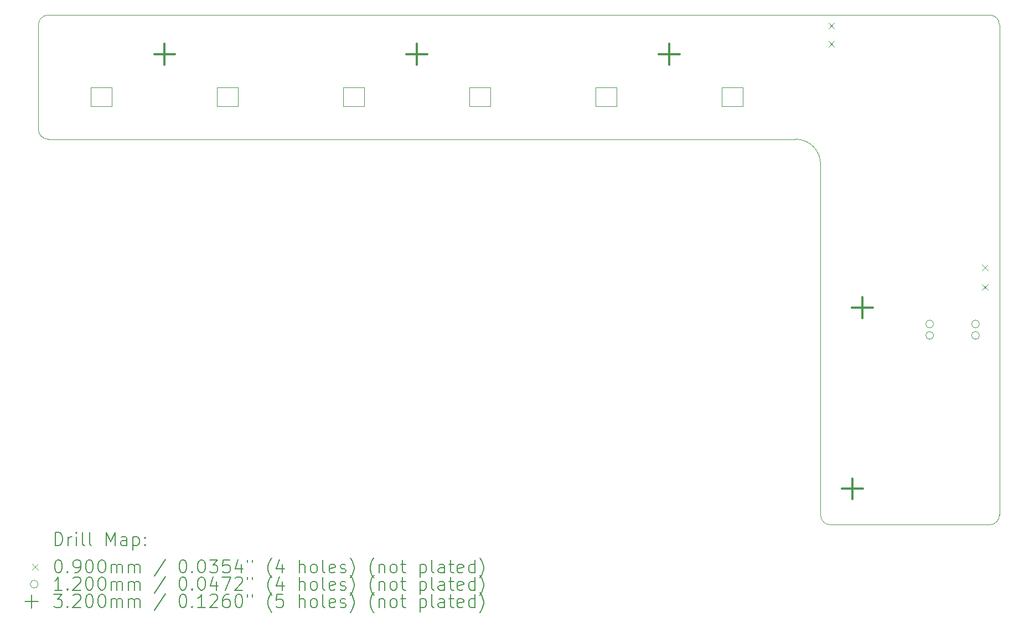
<source format=gbr>
%TF.GenerationSoftware,KiCad,Pcbnew,8.0.1-8.0.1-1~ubuntu22.04.1*%
%TF.CreationDate,2024-05-02T22:11:57-07:00*%
%TF.ProjectId,Seismos_5CoreLShift,53656973-6d6f-4735-9f35-436f72654c53,rev?*%
%TF.SameCoordinates,Original*%
%TF.FileFunction,Drillmap*%
%TF.FilePolarity,Positive*%
%FSLAX45Y45*%
G04 Gerber Fmt 4.5, Leading zero omitted, Abs format (unit mm)*
G04 Created by KiCad (PCBNEW 8.0.1-8.0.1-1~ubuntu22.04.1) date 2024-05-02 22:11:57*
%MOMM*%
%LPD*%
G01*
G04 APERTURE LIST*
%ADD10C,0.100000*%
%ADD11C,0.120000*%
%ADD12C,0.200000*%
%ADD13C,0.320000*%
G04 APERTURE END LIST*
D10*
X15113400Y-9800000D02*
X17550000Y-9800000D01*
X17550000Y-2000000D02*
G75*
G02*
X17700000Y-2150000I0J-150000D01*
G01*
X14963400Y-4281000D02*
X14963400Y-9650000D01*
X15113400Y-9800000D02*
G75*
G02*
X14963400Y-9650000I0J150000D01*
G01*
X3150000Y-3900000D02*
X14582400Y-3900000D01*
X3150000Y-3900000D02*
G75*
G02*
X3000000Y-3750000I0J150000D01*
G01*
X3000000Y-2150000D02*
G75*
G02*
X3150000Y-2000000I150000J0D01*
G01*
X17700000Y-2150000D02*
X17700000Y-9650000D01*
X17700000Y-9650000D02*
G75*
G02*
X17550000Y-9800000I-150000J0D01*
G01*
X14582400Y-3900000D02*
G75*
G02*
X14963400Y-4281000I0J-381000D01*
G01*
X17550000Y-2000000D02*
X3150000Y-2000000D01*
X3000000Y-2150000D02*
X3000000Y-3750000D01*
D11*
X3802440Y-3392240D02*
X4122480Y-3392240D01*
X4122480Y-3107760D01*
X3802440Y-3107760D01*
X3802440Y-3392240D01*
X13452440Y-3392240D02*
X13772480Y-3392240D01*
X13772480Y-3107760D01*
X13452440Y-3107760D01*
X13452440Y-3392240D01*
X9592440Y-3392240D02*
X9912480Y-3392240D01*
X9912480Y-3107760D01*
X9592440Y-3107760D01*
X9592440Y-3392240D01*
X7662440Y-3392240D02*
X7982480Y-3392240D01*
X7982480Y-3107760D01*
X7662440Y-3107760D01*
X7662440Y-3392240D01*
X11522440Y-3392240D02*
X11842480Y-3392240D01*
X11842480Y-3107760D01*
X11522440Y-3107760D01*
X11522440Y-3392240D01*
X5732440Y-3392240D02*
X6052480Y-3392240D01*
X6052480Y-3107760D01*
X5732440Y-3107760D01*
X5732440Y-3392240D01*
D12*
D10*
X15083750Y-2119950D02*
X15173750Y-2209950D01*
X15173750Y-2119950D02*
X15083750Y-2209950D01*
X15083750Y-2399950D02*
X15173750Y-2489950D01*
X15173750Y-2399950D02*
X15083750Y-2489950D01*
X17435000Y-5818200D02*
X17525000Y-5908200D01*
X17525000Y-5818200D02*
X17435000Y-5908200D01*
X17435000Y-6118200D02*
X17525000Y-6208200D01*
X17525000Y-6118200D02*
X17435000Y-6208200D01*
D11*
X16693000Y-6727500D02*
G75*
G02*
X16573000Y-6727500I-60000J0D01*
G01*
X16573000Y-6727500D02*
G75*
G02*
X16693000Y-6727500I60000J0D01*
G01*
X16693000Y-6902500D02*
G75*
G02*
X16573000Y-6902500I-60000J0D01*
G01*
X16573000Y-6902500D02*
G75*
G02*
X16693000Y-6902500I60000J0D01*
G01*
X17393000Y-6727500D02*
G75*
G02*
X17273000Y-6727500I-60000J0D01*
G01*
X17273000Y-6727500D02*
G75*
G02*
X17393000Y-6727500I60000J0D01*
G01*
X17393000Y-6902500D02*
G75*
G02*
X17273000Y-6902500I-60000J0D01*
G01*
X17273000Y-6902500D02*
G75*
G02*
X17393000Y-6902500I60000J0D01*
G01*
D13*
X4930000Y-2440000D02*
X4930000Y-2760000D01*
X4770000Y-2600000D02*
X5090000Y-2600000D01*
X8790000Y-2440000D02*
X8790000Y-2760000D01*
X8630000Y-2600000D02*
X8950000Y-2600000D01*
X12650000Y-2440000D02*
X12650000Y-2760000D01*
X12490000Y-2600000D02*
X12810000Y-2600000D01*
X15450000Y-9090000D02*
X15450000Y-9410000D01*
X15290000Y-9250000D02*
X15610000Y-9250000D01*
X15600000Y-6315000D02*
X15600000Y-6635000D01*
X15440000Y-6475000D02*
X15760000Y-6475000D01*
D12*
X3255777Y-10116484D02*
X3255777Y-9916484D01*
X3255777Y-9916484D02*
X3303396Y-9916484D01*
X3303396Y-9916484D02*
X3331967Y-9926008D01*
X3331967Y-9926008D02*
X3351015Y-9945055D01*
X3351015Y-9945055D02*
X3360539Y-9964103D01*
X3360539Y-9964103D02*
X3370062Y-10002198D01*
X3370062Y-10002198D02*
X3370062Y-10030770D01*
X3370062Y-10030770D02*
X3360539Y-10068865D01*
X3360539Y-10068865D02*
X3351015Y-10087912D01*
X3351015Y-10087912D02*
X3331967Y-10106960D01*
X3331967Y-10106960D02*
X3303396Y-10116484D01*
X3303396Y-10116484D02*
X3255777Y-10116484D01*
X3455777Y-10116484D02*
X3455777Y-9983150D01*
X3455777Y-10021246D02*
X3465301Y-10002198D01*
X3465301Y-10002198D02*
X3474824Y-9992674D01*
X3474824Y-9992674D02*
X3493872Y-9983150D01*
X3493872Y-9983150D02*
X3512920Y-9983150D01*
X3579586Y-10116484D02*
X3579586Y-9983150D01*
X3579586Y-9916484D02*
X3570062Y-9926008D01*
X3570062Y-9926008D02*
X3579586Y-9935531D01*
X3579586Y-9935531D02*
X3589110Y-9926008D01*
X3589110Y-9926008D02*
X3579586Y-9916484D01*
X3579586Y-9916484D02*
X3579586Y-9935531D01*
X3703396Y-10116484D02*
X3684348Y-10106960D01*
X3684348Y-10106960D02*
X3674824Y-10087912D01*
X3674824Y-10087912D02*
X3674824Y-9916484D01*
X3808158Y-10116484D02*
X3789110Y-10106960D01*
X3789110Y-10106960D02*
X3779586Y-10087912D01*
X3779586Y-10087912D02*
X3779586Y-9916484D01*
X4036729Y-10116484D02*
X4036729Y-9916484D01*
X4036729Y-9916484D02*
X4103396Y-10059341D01*
X4103396Y-10059341D02*
X4170062Y-9916484D01*
X4170062Y-9916484D02*
X4170062Y-10116484D01*
X4351015Y-10116484D02*
X4351015Y-10011722D01*
X4351015Y-10011722D02*
X4341491Y-9992674D01*
X4341491Y-9992674D02*
X4322444Y-9983150D01*
X4322444Y-9983150D02*
X4284348Y-9983150D01*
X4284348Y-9983150D02*
X4265301Y-9992674D01*
X4351015Y-10106960D02*
X4331967Y-10116484D01*
X4331967Y-10116484D02*
X4284348Y-10116484D01*
X4284348Y-10116484D02*
X4265301Y-10106960D01*
X4265301Y-10106960D02*
X4255777Y-10087912D01*
X4255777Y-10087912D02*
X4255777Y-10068865D01*
X4255777Y-10068865D02*
X4265301Y-10049817D01*
X4265301Y-10049817D02*
X4284348Y-10040293D01*
X4284348Y-10040293D02*
X4331967Y-10040293D01*
X4331967Y-10040293D02*
X4351015Y-10030770D01*
X4446253Y-9983150D02*
X4446253Y-10183150D01*
X4446253Y-9992674D02*
X4465301Y-9983150D01*
X4465301Y-9983150D02*
X4503396Y-9983150D01*
X4503396Y-9983150D02*
X4522444Y-9992674D01*
X4522444Y-9992674D02*
X4531967Y-10002198D01*
X4531967Y-10002198D02*
X4541491Y-10021246D01*
X4541491Y-10021246D02*
X4541491Y-10078389D01*
X4541491Y-10078389D02*
X4531967Y-10097436D01*
X4531967Y-10097436D02*
X4522444Y-10106960D01*
X4522444Y-10106960D02*
X4503396Y-10116484D01*
X4503396Y-10116484D02*
X4465301Y-10116484D01*
X4465301Y-10116484D02*
X4446253Y-10106960D01*
X4627205Y-10097436D02*
X4636729Y-10106960D01*
X4636729Y-10106960D02*
X4627205Y-10116484D01*
X4627205Y-10116484D02*
X4617682Y-10106960D01*
X4617682Y-10106960D02*
X4627205Y-10097436D01*
X4627205Y-10097436D02*
X4627205Y-10116484D01*
X4627205Y-9992674D02*
X4636729Y-10002198D01*
X4636729Y-10002198D02*
X4627205Y-10011722D01*
X4627205Y-10011722D02*
X4617682Y-10002198D01*
X4617682Y-10002198D02*
X4627205Y-9992674D01*
X4627205Y-9992674D02*
X4627205Y-10011722D01*
D10*
X2905000Y-10400000D02*
X2995000Y-10490000D01*
X2995000Y-10400000D02*
X2905000Y-10490000D01*
D12*
X3293872Y-10336484D02*
X3312920Y-10336484D01*
X3312920Y-10336484D02*
X3331967Y-10346008D01*
X3331967Y-10346008D02*
X3341491Y-10355531D01*
X3341491Y-10355531D02*
X3351015Y-10374579D01*
X3351015Y-10374579D02*
X3360539Y-10412674D01*
X3360539Y-10412674D02*
X3360539Y-10460293D01*
X3360539Y-10460293D02*
X3351015Y-10498389D01*
X3351015Y-10498389D02*
X3341491Y-10517436D01*
X3341491Y-10517436D02*
X3331967Y-10526960D01*
X3331967Y-10526960D02*
X3312920Y-10536484D01*
X3312920Y-10536484D02*
X3293872Y-10536484D01*
X3293872Y-10536484D02*
X3274824Y-10526960D01*
X3274824Y-10526960D02*
X3265301Y-10517436D01*
X3265301Y-10517436D02*
X3255777Y-10498389D01*
X3255777Y-10498389D02*
X3246253Y-10460293D01*
X3246253Y-10460293D02*
X3246253Y-10412674D01*
X3246253Y-10412674D02*
X3255777Y-10374579D01*
X3255777Y-10374579D02*
X3265301Y-10355531D01*
X3265301Y-10355531D02*
X3274824Y-10346008D01*
X3274824Y-10346008D02*
X3293872Y-10336484D01*
X3446253Y-10517436D02*
X3455777Y-10526960D01*
X3455777Y-10526960D02*
X3446253Y-10536484D01*
X3446253Y-10536484D02*
X3436729Y-10526960D01*
X3436729Y-10526960D02*
X3446253Y-10517436D01*
X3446253Y-10517436D02*
X3446253Y-10536484D01*
X3551015Y-10536484D02*
X3589110Y-10536484D01*
X3589110Y-10536484D02*
X3608158Y-10526960D01*
X3608158Y-10526960D02*
X3617682Y-10517436D01*
X3617682Y-10517436D02*
X3636729Y-10488865D01*
X3636729Y-10488865D02*
X3646253Y-10450770D01*
X3646253Y-10450770D02*
X3646253Y-10374579D01*
X3646253Y-10374579D02*
X3636729Y-10355531D01*
X3636729Y-10355531D02*
X3627205Y-10346008D01*
X3627205Y-10346008D02*
X3608158Y-10336484D01*
X3608158Y-10336484D02*
X3570062Y-10336484D01*
X3570062Y-10336484D02*
X3551015Y-10346008D01*
X3551015Y-10346008D02*
X3541491Y-10355531D01*
X3541491Y-10355531D02*
X3531967Y-10374579D01*
X3531967Y-10374579D02*
X3531967Y-10422198D01*
X3531967Y-10422198D02*
X3541491Y-10441246D01*
X3541491Y-10441246D02*
X3551015Y-10450770D01*
X3551015Y-10450770D02*
X3570062Y-10460293D01*
X3570062Y-10460293D02*
X3608158Y-10460293D01*
X3608158Y-10460293D02*
X3627205Y-10450770D01*
X3627205Y-10450770D02*
X3636729Y-10441246D01*
X3636729Y-10441246D02*
X3646253Y-10422198D01*
X3770062Y-10336484D02*
X3789110Y-10336484D01*
X3789110Y-10336484D02*
X3808158Y-10346008D01*
X3808158Y-10346008D02*
X3817682Y-10355531D01*
X3817682Y-10355531D02*
X3827205Y-10374579D01*
X3827205Y-10374579D02*
X3836729Y-10412674D01*
X3836729Y-10412674D02*
X3836729Y-10460293D01*
X3836729Y-10460293D02*
X3827205Y-10498389D01*
X3827205Y-10498389D02*
X3817682Y-10517436D01*
X3817682Y-10517436D02*
X3808158Y-10526960D01*
X3808158Y-10526960D02*
X3789110Y-10536484D01*
X3789110Y-10536484D02*
X3770062Y-10536484D01*
X3770062Y-10536484D02*
X3751015Y-10526960D01*
X3751015Y-10526960D02*
X3741491Y-10517436D01*
X3741491Y-10517436D02*
X3731967Y-10498389D01*
X3731967Y-10498389D02*
X3722443Y-10460293D01*
X3722443Y-10460293D02*
X3722443Y-10412674D01*
X3722443Y-10412674D02*
X3731967Y-10374579D01*
X3731967Y-10374579D02*
X3741491Y-10355531D01*
X3741491Y-10355531D02*
X3751015Y-10346008D01*
X3751015Y-10346008D02*
X3770062Y-10336484D01*
X3960539Y-10336484D02*
X3979586Y-10336484D01*
X3979586Y-10336484D02*
X3998634Y-10346008D01*
X3998634Y-10346008D02*
X4008158Y-10355531D01*
X4008158Y-10355531D02*
X4017682Y-10374579D01*
X4017682Y-10374579D02*
X4027205Y-10412674D01*
X4027205Y-10412674D02*
X4027205Y-10460293D01*
X4027205Y-10460293D02*
X4017682Y-10498389D01*
X4017682Y-10498389D02*
X4008158Y-10517436D01*
X4008158Y-10517436D02*
X3998634Y-10526960D01*
X3998634Y-10526960D02*
X3979586Y-10536484D01*
X3979586Y-10536484D02*
X3960539Y-10536484D01*
X3960539Y-10536484D02*
X3941491Y-10526960D01*
X3941491Y-10526960D02*
X3931967Y-10517436D01*
X3931967Y-10517436D02*
X3922443Y-10498389D01*
X3922443Y-10498389D02*
X3912920Y-10460293D01*
X3912920Y-10460293D02*
X3912920Y-10412674D01*
X3912920Y-10412674D02*
X3922443Y-10374579D01*
X3922443Y-10374579D02*
X3931967Y-10355531D01*
X3931967Y-10355531D02*
X3941491Y-10346008D01*
X3941491Y-10346008D02*
X3960539Y-10336484D01*
X4112920Y-10536484D02*
X4112920Y-10403150D01*
X4112920Y-10422198D02*
X4122443Y-10412674D01*
X4122443Y-10412674D02*
X4141491Y-10403150D01*
X4141491Y-10403150D02*
X4170063Y-10403150D01*
X4170063Y-10403150D02*
X4189110Y-10412674D01*
X4189110Y-10412674D02*
X4198634Y-10431722D01*
X4198634Y-10431722D02*
X4198634Y-10536484D01*
X4198634Y-10431722D02*
X4208158Y-10412674D01*
X4208158Y-10412674D02*
X4227205Y-10403150D01*
X4227205Y-10403150D02*
X4255777Y-10403150D01*
X4255777Y-10403150D02*
X4274825Y-10412674D01*
X4274825Y-10412674D02*
X4284348Y-10431722D01*
X4284348Y-10431722D02*
X4284348Y-10536484D01*
X4379586Y-10536484D02*
X4379586Y-10403150D01*
X4379586Y-10422198D02*
X4389110Y-10412674D01*
X4389110Y-10412674D02*
X4408158Y-10403150D01*
X4408158Y-10403150D02*
X4436729Y-10403150D01*
X4436729Y-10403150D02*
X4455777Y-10412674D01*
X4455777Y-10412674D02*
X4465301Y-10431722D01*
X4465301Y-10431722D02*
X4465301Y-10536484D01*
X4465301Y-10431722D02*
X4474825Y-10412674D01*
X4474825Y-10412674D02*
X4493872Y-10403150D01*
X4493872Y-10403150D02*
X4522444Y-10403150D01*
X4522444Y-10403150D02*
X4541491Y-10412674D01*
X4541491Y-10412674D02*
X4551015Y-10431722D01*
X4551015Y-10431722D02*
X4551015Y-10536484D01*
X4941491Y-10326960D02*
X4770063Y-10584103D01*
X5198634Y-10336484D02*
X5217682Y-10336484D01*
X5217682Y-10336484D02*
X5236729Y-10346008D01*
X5236729Y-10346008D02*
X5246253Y-10355531D01*
X5246253Y-10355531D02*
X5255777Y-10374579D01*
X5255777Y-10374579D02*
X5265301Y-10412674D01*
X5265301Y-10412674D02*
X5265301Y-10460293D01*
X5265301Y-10460293D02*
X5255777Y-10498389D01*
X5255777Y-10498389D02*
X5246253Y-10517436D01*
X5246253Y-10517436D02*
X5236729Y-10526960D01*
X5236729Y-10526960D02*
X5217682Y-10536484D01*
X5217682Y-10536484D02*
X5198634Y-10536484D01*
X5198634Y-10536484D02*
X5179587Y-10526960D01*
X5179587Y-10526960D02*
X5170063Y-10517436D01*
X5170063Y-10517436D02*
X5160539Y-10498389D01*
X5160539Y-10498389D02*
X5151015Y-10460293D01*
X5151015Y-10460293D02*
X5151015Y-10412674D01*
X5151015Y-10412674D02*
X5160539Y-10374579D01*
X5160539Y-10374579D02*
X5170063Y-10355531D01*
X5170063Y-10355531D02*
X5179587Y-10346008D01*
X5179587Y-10346008D02*
X5198634Y-10336484D01*
X5351015Y-10517436D02*
X5360539Y-10526960D01*
X5360539Y-10526960D02*
X5351015Y-10536484D01*
X5351015Y-10536484D02*
X5341491Y-10526960D01*
X5341491Y-10526960D02*
X5351015Y-10517436D01*
X5351015Y-10517436D02*
X5351015Y-10536484D01*
X5484348Y-10336484D02*
X5503396Y-10336484D01*
X5503396Y-10336484D02*
X5522444Y-10346008D01*
X5522444Y-10346008D02*
X5531968Y-10355531D01*
X5531968Y-10355531D02*
X5541491Y-10374579D01*
X5541491Y-10374579D02*
X5551015Y-10412674D01*
X5551015Y-10412674D02*
X5551015Y-10460293D01*
X5551015Y-10460293D02*
X5541491Y-10498389D01*
X5541491Y-10498389D02*
X5531968Y-10517436D01*
X5531968Y-10517436D02*
X5522444Y-10526960D01*
X5522444Y-10526960D02*
X5503396Y-10536484D01*
X5503396Y-10536484D02*
X5484348Y-10536484D01*
X5484348Y-10536484D02*
X5465301Y-10526960D01*
X5465301Y-10526960D02*
X5455777Y-10517436D01*
X5455777Y-10517436D02*
X5446253Y-10498389D01*
X5446253Y-10498389D02*
X5436729Y-10460293D01*
X5436729Y-10460293D02*
X5436729Y-10412674D01*
X5436729Y-10412674D02*
X5446253Y-10374579D01*
X5446253Y-10374579D02*
X5455777Y-10355531D01*
X5455777Y-10355531D02*
X5465301Y-10346008D01*
X5465301Y-10346008D02*
X5484348Y-10336484D01*
X5617682Y-10336484D02*
X5741491Y-10336484D01*
X5741491Y-10336484D02*
X5674825Y-10412674D01*
X5674825Y-10412674D02*
X5703396Y-10412674D01*
X5703396Y-10412674D02*
X5722444Y-10422198D01*
X5722444Y-10422198D02*
X5731967Y-10431722D01*
X5731967Y-10431722D02*
X5741491Y-10450770D01*
X5741491Y-10450770D02*
X5741491Y-10498389D01*
X5741491Y-10498389D02*
X5731967Y-10517436D01*
X5731967Y-10517436D02*
X5722444Y-10526960D01*
X5722444Y-10526960D02*
X5703396Y-10536484D01*
X5703396Y-10536484D02*
X5646253Y-10536484D01*
X5646253Y-10536484D02*
X5627206Y-10526960D01*
X5627206Y-10526960D02*
X5617682Y-10517436D01*
X5922444Y-10336484D02*
X5827206Y-10336484D01*
X5827206Y-10336484D02*
X5817682Y-10431722D01*
X5817682Y-10431722D02*
X5827206Y-10422198D01*
X5827206Y-10422198D02*
X5846253Y-10412674D01*
X5846253Y-10412674D02*
X5893872Y-10412674D01*
X5893872Y-10412674D02*
X5912920Y-10422198D01*
X5912920Y-10422198D02*
X5922444Y-10431722D01*
X5922444Y-10431722D02*
X5931967Y-10450770D01*
X5931967Y-10450770D02*
X5931967Y-10498389D01*
X5931967Y-10498389D02*
X5922444Y-10517436D01*
X5922444Y-10517436D02*
X5912920Y-10526960D01*
X5912920Y-10526960D02*
X5893872Y-10536484D01*
X5893872Y-10536484D02*
X5846253Y-10536484D01*
X5846253Y-10536484D02*
X5827206Y-10526960D01*
X5827206Y-10526960D02*
X5817682Y-10517436D01*
X6103396Y-10403150D02*
X6103396Y-10536484D01*
X6055777Y-10326960D02*
X6008158Y-10469817D01*
X6008158Y-10469817D02*
X6131967Y-10469817D01*
X6198634Y-10336484D02*
X6198634Y-10374579D01*
X6274825Y-10336484D02*
X6274825Y-10374579D01*
X6570063Y-10612674D02*
X6560539Y-10603150D01*
X6560539Y-10603150D02*
X6541491Y-10574579D01*
X6541491Y-10574579D02*
X6531968Y-10555531D01*
X6531968Y-10555531D02*
X6522444Y-10526960D01*
X6522444Y-10526960D02*
X6512920Y-10479341D01*
X6512920Y-10479341D02*
X6512920Y-10441246D01*
X6512920Y-10441246D02*
X6522444Y-10393627D01*
X6522444Y-10393627D02*
X6531968Y-10365055D01*
X6531968Y-10365055D02*
X6541491Y-10346008D01*
X6541491Y-10346008D02*
X6560539Y-10317436D01*
X6560539Y-10317436D02*
X6570063Y-10307912D01*
X6731968Y-10403150D02*
X6731968Y-10536484D01*
X6684348Y-10326960D02*
X6636729Y-10469817D01*
X6636729Y-10469817D02*
X6760539Y-10469817D01*
X6989110Y-10536484D02*
X6989110Y-10336484D01*
X7074825Y-10536484D02*
X7074825Y-10431722D01*
X7074825Y-10431722D02*
X7065301Y-10412674D01*
X7065301Y-10412674D02*
X7046253Y-10403150D01*
X7046253Y-10403150D02*
X7017682Y-10403150D01*
X7017682Y-10403150D02*
X6998634Y-10412674D01*
X6998634Y-10412674D02*
X6989110Y-10422198D01*
X7198634Y-10536484D02*
X7179587Y-10526960D01*
X7179587Y-10526960D02*
X7170063Y-10517436D01*
X7170063Y-10517436D02*
X7160539Y-10498389D01*
X7160539Y-10498389D02*
X7160539Y-10441246D01*
X7160539Y-10441246D02*
X7170063Y-10422198D01*
X7170063Y-10422198D02*
X7179587Y-10412674D01*
X7179587Y-10412674D02*
X7198634Y-10403150D01*
X7198634Y-10403150D02*
X7227206Y-10403150D01*
X7227206Y-10403150D02*
X7246253Y-10412674D01*
X7246253Y-10412674D02*
X7255777Y-10422198D01*
X7255777Y-10422198D02*
X7265301Y-10441246D01*
X7265301Y-10441246D02*
X7265301Y-10498389D01*
X7265301Y-10498389D02*
X7255777Y-10517436D01*
X7255777Y-10517436D02*
X7246253Y-10526960D01*
X7246253Y-10526960D02*
X7227206Y-10536484D01*
X7227206Y-10536484D02*
X7198634Y-10536484D01*
X7379587Y-10536484D02*
X7360539Y-10526960D01*
X7360539Y-10526960D02*
X7351015Y-10507912D01*
X7351015Y-10507912D02*
X7351015Y-10336484D01*
X7531968Y-10526960D02*
X7512920Y-10536484D01*
X7512920Y-10536484D02*
X7474825Y-10536484D01*
X7474825Y-10536484D02*
X7455777Y-10526960D01*
X7455777Y-10526960D02*
X7446253Y-10507912D01*
X7446253Y-10507912D02*
X7446253Y-10431722D01*
X7446253Y-10431722D02*
X7455777Y-10412674D01*
X7455777Y-10412674D02*
X7474825Y-10403150D01*
X7474825Y-10403150D02*
X7512920Y-10403150D01*
X7512920Y-10403150D02*
X7531968Y-10412674D01*
X7531968Y-10412674D02*
X7541491Y-10431722D01*
X7541491Y-10431722D02*
X7541491Y-10450770D01*
X7541491Y-10450770D02*
X7446253Y-10469817D01*
X7617682Y-10526960D02*
X7636730Y-10536484D01*
X7636730Y-10536484D02*
X7674825Y-10536484D01*
X7674825Y-10536484D02*
X7693872Y-10526960D01*
X7693872Y-10526960D02*
X7703396Y-10507912D01*
X7703396Y-10507912D02*
X7703396Y-10498389D01*
X7703396Y-10498389D02*
X7693872Y-10479341D01*
X7693872Y-10479341D02*
X7674825Y-10469817D01*
X7674825Y-10469817D02*
X7646253Y-10469817D01*
X7646253Y-10469817D02*
X7627206Y-10460293D01*
X7627206Y-10460293D02*
X7617682Y-10441246D01*
X7617682Y-10441246D02*
X7617682Y-10431722D01*
X7617682Y-10431722D02*
X7627206Y-10412674D01*
X7627206Y-10412674D02*
X7646253Y-10403150D01*
X7646253Y-10403150D02*
X7674825Y-10403150D01*
X7674825Y-10403150D02*
X7693872Y-10412674D01*
X7770063Y-10612674D02*
X7779587Y-10603150D01*
X7779587Y-10603150D02*
X7798634Y-10574579D01*
X7798634Y-10574579D02*
X7808158Y-10555531D01*
X7808158Y-10555531D02*
X7817682Y-10526960D01*
X7817682Y-10526960D02*
X7827206Y-10479341D01*
X7827206Y-10479341D02*
X7827206Y-10441246D01*
X7827206Y-10441246D02*
X7817682Y-10393627D01*
X7817682Y-10393627D02*
X7808158Y-10365055D01*
X7808158Y-10365055D02*
X7798634Y-10346008D01*
X7798634Y-10346008D02*
X7779587Y-10317436D01*
X7779587Y-10317436D02*
X7770063Y-10307912D01*
X8131968Y-10612674D02*
X8122444Y-10603150D01*
X8122444Y-10603150D02*
X8103396Y-10574579D01*
X8103396Y-10574579D02*
X8093872Y-10555531D01*
X8093872Y-10555531D02*
X8084349Y-10526960D01*
X8084349Y-10526960D02*
X8074825Y-10479341D01*
X8074825Y-10479341D02*
X8074825Y-10441246D01*
X8074825Y-10441246D02*
X8084349Y-10393627D01*
X8084349Y-10393627D02*
X8093872Y-10365055D01*
X8093872Y-10365055D02*
X8103396Y-10346008D01*
X8103396Y-10346008D02*
X8122444Y-10317436D01*
X8122444Y-10317436D02*
X8131968Y-10307912D01*
X8208158Y-10403150D02*
X8208158Y-10536484D01*
X8208158Y-10422198D02*
X8217682Y-10412674D01*
X8217682Y-10412674D02*
X8236730Y-10403150D01*
X8236730Y-10403150D02*
X8265301Y-10403150D01*
X8265301Y-10403150D02*
X8284349Y-10412674D01*
X8284349Y-10412674D02*
X8293872Y-10431722D01*
X8293872Y-10431722D02*
X8293872Y-10536484D01*
X8417682Y-10536484D02*
X8398634Y-10526960D01*
X8398634Y-10526960D02*
X8389111Y-10517436D01*
X8389111Y-10517436D02*
X8379587Y-10498389D01*
X8379587Y-10498389D02*
X8379587Y-10441246D01*
X8379587Y-10441246D02*
X8389111Y-10422198D01*
X8389111Y-10422198D02*
X8398634Y-10412674D01*
X8398634Y-10412674D02*
X8417682Y-10403150D01*
X8417682Y-10403150D02*
X8446254Y-10403150D01*
X8446254Y-10403150D02*
X8465301Y-10412674D01*
X8465301Y-10412674D02*
X8474825Y-10422198D01*
X8474825Y-10422198D02*
X8484349Y-10441246D01*
X8484349Y-10441246D02*
X8484349Y-10498389D01*
X8484349Y-10498389D02*
X8474825Y-10517436D01*
X8474825Y-10517436D02*
X8465301Y-10526960D01*
X8465301Y-10526960D02*
X8446254Y-10536484D01*
X8446254Y-10536484D02*
X8417682Y-10536484D01*
X8541492Y-10403150D02*
X8617682Y-10403150D01*
X8570063Y-10336484D02*
X8570063Y-10507912D01*
X8570063Y-10507912D02*
X8579587Y-10526960D01*
X8579587Y-10526960D02*
X8598634Y-10536484D01*
X8598634Y-10536484D02*
X8617682Y-10536484D01*
X8836730Y-10403150D02*
X8836730Y-10603150D01*
X8836730Y-10412674D02*
X8855777Y-10403150D01*
X8855777Y-10403150D02*
X8893873Y-10403150D01*
X8893873Y-10403150D02*
X8912920Y-10412674D01*
X8912920Y-10412674D02*
X8922444Y-10422198D01*
X8922444Y-10422198D02*
X8931968Y-10441246D01*
X8931968Y-10441246D02*
X8931968Y-10498389D01*
X8931968Y-10498389D02*
X8922444Y-10517436D01*
X8922444Y-10517436D02*
X8912920Y-10526960D01*
X8912920Y-10526960D02*
X8893873Y-10536484D01*
X8893873Y-10536484D02*
X8855777Y-10536484D01*
X8855777Y-10536484D02*
X8836730Y-10526960D01*
X9046254Y-10536484D02*
X9027206Y-10526960D01*
X9027206Y-10526960D02*
X9017682Y-10507912D01*
X9017682Y-10507912D02*
X9017682Y-10336484D01*
X9208158Y-10536484D02*
X9208158Y-10431722D01*
X9208158Y-10431722D02*
X9198635Y-10412674D01*
X9198635Y-10412674D02*
X9179587Y-10403150D01*
X9179587Y-10403150D02*
X9141492Y-10403150D01*
X9141492Y-10403150D02*
X9122444Y-10412674D01*
X9208158Y-10526960D02*
X9189111Y-10536484D01*
X9189111Y-10536484D02*
X9141492Y-10536484D01*
X9141492Y-10536484D02*
X9122444Y-10526960D01*
X9122444Y-10526960D02*
X9112920Y-10507912D01*
X9112920Y-10507912D02*
X9112920Y-10488865D01*
X9112920Y-10488865D02*
X9122444Y-10469817D01*
X9122444Y-10469817D02*
X9141492Y-10460293D01*
X9141492Y-10460293D02*
X9189111Y-10460293D01*
X9189111Y-10460293D02*
X9208158Y-10450770D01*
X9274825Y-10403150D02*
X9351015Y-10403150D01*
X9303396Y-10336484D02*
X9303396Y-10507912D01*
X9303396Y-10507912D02*
X9312920Y-10526960D01*
X9312920Y-10526960D02*
X9331968Y-10536484D01*
X9331968Y-10536484D02*
X9351015Y-10536484D01*
X9493873Y-10526960D02*
X9474825Y-10536484D01*
X9474825Y-10536484D02*
X9436730Y-10536484D01*
X9436730Y-10536484D02*
X9417682Y-10526960D01*
X9417682Y-10526960D02*
X9408158Y-10507912D01*
X9408158Y-10507912D02*
X9408158Y-10431722D01*
X9408158Y-10431722D02*
X9417682Y-10412674D01*
X9417682Y-10412674D02*
X9436730Y-10403150D01*
X9436730Y-10403150D02*
X9474825Y-10403150D01*
X9474825Y-10403150D02*
X9493873Y-10412674D01*
X9493873Y-10412674D02*
X9503396Y-10431722D01*
X9503396Y-10431722D02*
X9503396Y-10450770D01*
X9503396Y-10450770D02*
X9408158Y-10469817D01*
X9674825Y-10536484D02*
X9674825Y-10336484D01*
X9674825Y-10526960D02*
X9655777Y-10536484D01*
X9655777Y-10536484D02*
X9617682Y-10536484D01*
X9617682Y-10536484D02*
X9598635Y-10526960D01*
X9598635Y-10526960D02*
X9589111Y-10517436D01*
X9589111Y-10517436D02*
X9579587Y-10498389D01*
X9579587Y-10498389D02*
X9579587Y-10441246D01*
X9579587Y-10441246D02*
X9589111Y-10422198D01*
X9589111Y-10422198D02*
X9598635Y-10412674D01*
X9598635Y-10412674D02*
X9617682Y-10403150D01*
X9617682Y-10403150D02*
X9655777Y-10403150D01*
X9655777Y-10403150D02*
X9674825Y-10412674D01*
X9751016Y-10612674D02*
X9760539Y-10603150D01*
X9760539Y-10603150D02*
X9779587Y-10574579D01*
X9779587Y-10574579D02*
X9789111Y-10555531D01*
X9789111Y-10555531D02*
X9798635Y-10526960D01*
X9798635Y-10526960D02*
X9808158Y-10479341D01*
X9808158Y-10479341D02*
X9808158Y-10441246D01*
X9808158Y-10441246D02*
X9798635Y-10393627D01*
X9798635Y-10393627D02*
X9789111Y-10365055D01*
X9789111Y-10365055D02*
X9779587Y-10346008D01*
X9779587Y-10346008D02*
X9760539Y-10317436D01*
X9760539Y-10317436D02*
X9751016Y-10307912D01*
D11*
X2995000Y-10709000D02*
G75*
G02*
X2875000Y-10709000I-60000J0D01*
G01*
X2875000Y-10709000D02*
G75*
G02*
X2995000Y-10709000I60000J0D01*
G01*
D12*
X3360539Y-10800484D02*
X3246253Y-10800484D01*
X3303396Y-10800484D02*
X3303396Y-10600484D01*
X3303396Y-10600484D02*
X3284348Y-10629055D01*
X3284348Y-10629055D02*
X3265301Y-10648103D01*
X3265301Y-10648103D02*
X3246253Y-10657627D01*
X3446253Y-10781436D02*
X3455777Y-10790960D01*
X3455777Y-10790960D02*
X3446253Y-10800484D01*
X3446253Y-10800484D02*
X3436729Y-10790960D01*
X3436729Y-10790960D02*
X3446253Y-10781436D01*
X3446253Y-10781436D02*
X3446253Y-10800484D01*
X3531967Y-10619531D02*
X3541491Y-10610008D01*
X3541491Y-10610008D02*
X3560539Y-10600484D01*
X3560539Y-10600484D02*
X3608158Y-10600484D01*
X3608158Y-10600484D02*
X3627205Y-10610008D01*
X3627205Y-10610008D02*
X3636729Y-10619531D01*
X3636729Y-10619531D02*
X3646253Y-10638579D01*
X3646253Y-10638579D02*
X3646253Y-10657627D01*
X3646253Y-10657627D02*
X3636729Y-10686198D01*
X3636729Y-10686198D02*
X3522443Y-10800484D01*
X3522443Y-10800484D02*
X3646253Y-10800484D01*
X3770062Y-10600484D02*
X3789110Y-10600484D01*
X3789110Y-10600484D02*
X3808158Y-10610008D01*
X3808158Y-10610008D02*
X3817682Y-10619531D01*
X3817682Y-10619531D02*
X3827205Y-10638579D01*
X3827205Y-10638579D02*
X3836729Y-10676674D01*
X3836729Y-10676674D02*
X3836729Y-10724293D01*
X3836729Y-10724293D02*
X3827205Y-10762389D01*
X3827205Y-10762389D02*
X3817682Y-10781436D01*
X3817682Y-10781436D02*
X3808158Y-10790960D01*
X3808158Y-10790960D02*
X3789110Y-10800484D01*
X3789110Y-10800484D02*
X3770062Y-10800484D01*
X3770062Y-10800484D02*
X3751015Y-10790960D01*
X3751015Y-10790960D02*
X3741491Y-10781436D01*
X3741491Y-10781436D02*
X3731967Y-10762389D01*
X3731967Y-10762389D02*
X3722443Y-10724293D01*
X3722443Y-10724293D02*
X3722443Y-10676674D01*
X3722443Y-10676674D02*
X3731967Y-10638579D01*
X3731967Y-10638579D02*
X3741491Y-10619531D01*
X3741491Y-10619531D02*
X3751015Y-10610008D01*
X3751015Y-10610008D02*
X3770062Y-10600484D01*
X3960539Y-10600484D02*
X3979586Y-10600484D01*
X3979586Y-10600484D02*
X3998634Y-10610008D01*
X3998634Y-10610008D02*
X4008158Y-10619531D01*
X4008158Y-10619531D02*
X4017682Y-10638579D01*
X4017682Y-10638579D02*
X4027205Y-10676674D01*
X4027205Y-10676674D02*
X4027205Y-10724293D01*
X4027205Y-10724293D02*
X4017682Y-10762389D01*
X4017682Y-10762389D02*
X4008158Y-10781436D01*
X4008158Y-10781436D02*
X3998634Y-10790960D01*
X3998634Y-10790960D02*
X3979586Y-10800484D01*
X3979586Y-10800484D02*
X3960539Y-10800484D01*
X3960539Y-10800484D02*
X3941491Y-10790960D01*
X3941491Y-10790960D02*
X3931967Y-10781436D01*
X3931967Y-10781436D02*
X3922443Y-10762389D01*
X3922443Y-10762389D02*
X3912920Y-10724293D01*
X3912920Y-10724293D02*
X3912920Y-10676674D01*
X3912920Y-10676674D02*
X3922443Y-10638579D01*
X3922443Y-10638579D02*
X3931967Y-10619531D01*
X3931967Y-10619531D02*
X3941491Y-10610008D01*
X3941491Y-10610008D02*
X3960539Y-10600484D01*
X4112920Y-10800484D02*
X4112920Y-10667150D01*
X4112920Y-10686198D02*
X4122443Y-10676674D01*
X4122443Y-10676674D02*
X4141491Y-10667150D01*
X4141491Y-10667150D02*
X4170063Y-10667150D01*
X4170063Y-10667150D02*
X4189110Y-10676674D01*
X4189110Y-10676674D02*
X4198634Y-10695722D01*
X4198634Y-10695722D02*
X4198634Y-10800484D01*
X4198634Y-10695722D02*
X4208158Y-10676674D01*
X4208158Y-10676674D02*
X4227205Y-10667150D01*
X4227205Y-10667150D02*
X4255777Y-10667150D01*
X4255777Y-10667150D02*
X4274825Y-10676674D01*
X4274825Y-10676674D02*
X4284348Y-10695722D01*
X4284348Y-10695722D02*
X4284348Y-10800484D01*
X4379586Y-10800484D02*
X4379586Y-10667150D01*
X4379586Y-10686198D02*
X4389110Y-10676674D01*
X4389110Y-10676674D02*
X4408158Y-10667150D01*
X4408158Y-10667150D02*
X4436729Y-10667150D01*
X4436729Y-10667150D02*
X4455777Y-10676674D01*
X4455777Y-10676674D02*
X4465301Y-10695722D01*
X4465301Y-10695722D02*
X4465301Y-10800484D01*
X4465301Y-10695722D02*
X4474825Y-10676674D01*
X4474825Y-10676674D02*
X4493872Y-10667150D01*
X4493872Y-10667150D02*
X4522444Y-10667150D01*
X4522444Y-10667150D02*
X4541491Y-10676674D01*
X4541491Y-10676674D02*
X4551015Y-10695722D01*
X4551015Y-10695722D02*
X4551015Y-10800484D01*
X4941491Y-10590960D02*
X4770063Y-10848103D01*
X5198634Y-10600484D02*
X5217682Y-10600484D01*
X5217682Y-10600484D02*
X5236729Y-10610008D01*
X5236729Y-10610008D02*
X5246253Y-10619531D01*
X5246253Y-10619531D02*
X5255777Y-10638579D01*
X5255777Y-10638579D02*
X5265301Y-10676674D01*
X5265301Y-10676674D02*
X5265301Y-10724293D01*
X5265301Y-10724293D02*
X5255777Y-10762389D01*
X5255777Y-10762389D02*
X5246253Y-10781436D01*
X5246253Y-10781436D02*
X5236729Y-10790960D01*
X5236729Y-10790960D02*
X5217682Y-10800484D01*
X5217682Y-10800484D02*
X5198634Y-10800484D01*
X5198634Y-10800484D02*
X5179587Y-10790960D01*
X5179587Y-10790960D02*
X5170063Y-10781436D01*
X5170063Y-10781436D02*
X5160539Y-10762389D01*
X5160539Y-10762389D02*
X5151015Y-10724293D01*
X5151015Y-10724293D02*
X5151015Y-10676674D01*
X5151015Y-10676674D02*
X5160539Y-10638579D01*
X5160539Y-10638579D02*
X5170063Y-10619531D01*
X5170063Y-10619531D02*
X5179587Y-10610008D01*
X5179587Y-10610008D02*
X5198634Y-10600484D01*
X5351015Y-10781436D02*
X5360539Y-10790960D01*
X5360539Y-10790960D02*
X5351015Y-10800484D01*
X5351015Y-10800484D02*
X5341491Y-10790960D01*
X5341491Y-10790960D02*
X5351015Y-10781436D01*
X5351015Y-10781436D02*
X5351015Y-10800484D01*
X5484348Y-10600484D02*
X5503396Y-10600484D01*
X5503396Y-10600484D02*
X5522444Y-10610008D01*
X5522444Y-10610008D02*
X5531968Y-10619531D01*
X5531968Y-10619531D02*
X5541491Y-10638579D01*
X5541491Y-10638579D02*
X5551015Y-10676674D01*
X5551015Y-10676674D02*
X5551015Y-10724293D01*
X5551015Y-10724293D02*
X5541491Y-10762389D01*
X5541491Y-10762389D02*
X5531968Y-10781436D01*
X5531968Y-10781436D02*
X5522444Y-10790960D01*
X5522444Y-10790960D02*
X5503396Y-10800484D01*
X5503396Y-10800484D02*
X5484348Y-10800484D01*
X5484348Y-10800484D02*
X5465301Y-10790960D01*
X5465301Y-10790960D02*
X5455777Y-10781436D01*
X5455777Y-10781436D02*
X5446253Y-10762389D01*
X5446253Y-10762389D02*
X5436729Y-10724293D01*
X5436729Y-10724293D02*
X5436729Y-10676674D01*
X5436729Y-10676674D02*
X5446253Y-10638579D01*
X5446253Y-10638579D02*
X5455777Y-10619531D01*
X5455777Y-10619531D02*
X5465301Y-10610008D01*
X5465301Y-10610008D02*
X5484348Y-10600484D01*
X5722444Y-10667150D02*
X5722444Y-10800484D01*
X5674825Y-10590960D02*
X5627206Y-10733817D01*
X5627206Y-10733817D02*
X5751015Y-10733817D01*
X5808158Y-10600484D02*
X5941491Y-10600484D01*
X5941491Y-10600484D02*
X5855777Y-10800484D01*
X6008158Y-10619531D02*
X6017682Y-10610008D01*
X6017682Y-10610008D02*
X6036729Y-10600484D01*
X6036729Y-10600484D02*
X6084348Y-10600484D01*
X6084348Y-10600484D02*
X6103396Y-10610008D01*
X6103396Y-10610008D02*
X6112920Y-10619531D01*
X6112920Y-10619531D02*
X6122444Y-10638579D01*
X6122444Y-10638579D02*
X6122444Y-10657627D01*
X6122444Y-10657627D02*
X6112920Y-10686198D01*
X6112920Y-10686198D02*
X5998634Y-10800484D01*
X5998634Y-10800484D02*
X6122444Y-10800484D01*
X6198634Y-10600484D02*
X6198634Y-10638579D01*
X6274825Y-10600484D02*
X6274825Y-10638579D01*
X6570063Y-10876674D02*
X6560539Y-10867150D01*
X6560539Y-10867150D02*
X6541491Y-10838579D01*
X6541491Y-10838579D02*
X6531968Y-10819531D01*
X6531968Y-10819531D02*
X6522444Y-10790960D01*
X6522444Y-10790960D02*
X6512920Y-10743341D01*
X6512920Y-10743341D02*
X6512920Y-10705246D01*
X6512920Y-10705246D02*
X6522444Y-10657627D01*
X6522444Y-10657627D02*
X6531968Y-10629055D01*
X6531968Y-10629055D02*
X6541491Y-10610008D01*
X6541491Y-10610008D02*
X6560539Y-10581436D01*
X6560539Y-10581436D02*
X6570063Y-10571912D01*
X6731968Y-10667150D02*
X6731968Y-10800484D01*
X6684348Y-10590960D02*
X6636729Y-10733817D01*
X6636729Y-10733817D02*
X6760539Y-10733817D01*
X6989110Y-10800484D02*
X6989110Y-10600484D01*
X7074825Y-10800484D02*
X7074825Y-10695722D01*
X7074825Y-10695722D02*
X7065301Y-10676674D01*
X7065301Y-10676674D02*
X7046253Y-10667150D01*
X7046253Y-10667150D02*
X7017682Y-10667150D01*
X7017682Y-10667150D02*
X6998634Y-10676674D01*
X6998634Y-10676674D02*
X6989110Y-10686198D01*
X7198634Y-10800484D02*
X7179587Y-10790960D01*
X7179587Y-10790960D02*
X7170063Y-10781436D01*
X7170063Y-10781436D02*
X7160539Y-10762389D01*
X7160539Y-10762389D02*
X7160539Y-10705246D01*
X7160539Y-10705246D02*
X7170063Y-10686198D01*
X7170063Y-10686198D02*
X7179587Y-10676674D01*
X7179587Y-10676674D02*
X7198634Y-10667150D01*
X7198634Y-10667150D02*
X7227206Y-10667150D01*
X7227206Y-10667150D02*
X7246253Y-10676674D01*
X7246253Y-10676674D02*
X7255777Y-10686198D01*
X7255777Y-10686198D02*
X7265301Y-10705246D01*
X7265301Y-10705246D02*
X7265301Y-10762389D01*
X7265301Y-10762389D02*
X7255777Y-10781436D01*
X7255777Y-10781436D02*
X7246253Y-10790960D01*
X7246253Y-10790960D02*
X7227206Y-10800484D01*
X7227206Y-10800484D02*
X7198634Y-10800484D01*
X7379587Y-10800484D02*
X7360539Y-10790960D01*
X7360539Y-10790960D02*
X7351015Y-10771912D01*
X7351015Y-10771912D02*
X7351015Y-10600484D01*
X7531968Y-10790960D02*
X7512920Y-10800484D01*
X7512920Y-10800484D02*
X7474825Y-10800484D01*
X7474825Y-10800484D02*
X7455777Y-10790960D01*
X7455777Y-10790960D02*
X7446253Y-10771912D01*
X7446253Y-10771912D02*
X7446253Y-10695722D01*
X7446253Y-10695722D02*
X7455777Y-10676674D01*
X7455777Y-10676674D02*
X7474825Y-10667150D01*
X7474825Y-10667150D02*
X7512920Y-10667150D01*
X7512920Y-10667150D02*
X7531968Y-10676674D01*
X7531968Y-10676674D02*
X7541491Y-10695722D01*
X7541491Y-10695722D02*
X7541491Y-10714770D01*
X7541491Y-10714770D02*
X7446253Y-10733817D01*
X7617682Y-10790960D02*
X7636730Y-10800484D01*
X7636730Y-10800484D02*
X7674825Y-10800484D01*
X7674825Y-10800484D02*
X7693872Y-10790960D01*
X7693872Y-10790960D02*
X7703396Y-10771912D01*
X7703396Y-10771912D02*
X7703396Y-10762389D01*
X7703396Y-10762389D02*
X7693872Y-10743341D01*
X7693872Y-10743341D02*
X7674825Y-10733817D01*
X7674825Y-10733817D02*
X7646253Y-10733817D01*
X7646253Y-10733817D02*
X7627206Y-10724293D01*
X7627206Y-10724293D02*
X7617682Y-10705246D01*
X7617682Y-10705246D02*
X7617682Y-10695722D01*
X7617682Y-10695722D02*
X7627206Y-10676674D01*
X7627206Y-10676674D02*
X7646253Y-10667150D01*
X7646253Y-10667150D02*
X7674825Y-10667150D01*
X7674825Y-10667150D02*
X7693872Y-10676674D01*
X7770063Y-10876674D02*
X7779587Y-10867150D01*
X7779587Y-10867150D02*
X7798634Y-10838579D01*
X7798634Y-10838579D02*
X7808158Y-10819531D01*
X7808158Y-10819531D02*
X7817682Y-10790960D01*
X7817682Y-10790960D02*
X7827206Y-10743341D01*
X7827206Y-10743341D02*
X7827206Y-10705246D01*
X7827206Y-10705246D02*
X7817682Y-10657627D01*
X7817682Y-10657627D02*
X7808158Y-10629055D01*
X7808158Y-10629055D02*
X7798634Y-10610008D01*
X7798634Y-10610008D02*
X7779587Y-10581436D01*
X7779587Y-10581436D02*
X7770063Y-10571912D01*
X8131968Y-10876674D02*
X8122444Y-10867150D01*
X8122444Y-10867150D02*
X8103396Y-10838579D01*
X8103396Y-10838579D02*
X8093872Y-10819531D01*
X8093872Y-10819531D02*
X8084349Y-10790960D01*
X8084349Y-10790960D02*
X8074825Y-10743341D01*
X8074825Y-10743341D02*
X8074825Y-10705246D01*
X8074825Y-10705246D02*
X8084349Y-10657627D01*
X8084349Y-10657627D02*
X8093872Y-10629055D01*
X8093872Y-10629055D02*
X8103396Y-10610008D01*
X8103396Y-10610008D02*
X8122444Y-10581436D01*
X8122444Y-10581436D02*
X8131968Y-10571912D01*
X8208158Y-10667150D02*
X8208158Y-10800484D01*
X8208158Y-10686198D02*
X8217682Y-10676674D01*
X8217682Y-10676674D02*
X8236730Y-10667150D01*
X8236730Y-10667150D02*
X8265301Y-10667150D01*
X8265301Y-10667150D02*
X8284349Y-10676674D01*
X8284349Y-10676674D02*
X8293872Y-10695722D01*
X8293872Y-10695722D02*
X8293872Y-10800484D01*
X8417682Y-10800484D02*
X8398634Y-10790960D01*
X8398634Y-10790960D02*
X8389111Y-10781436D01*
X8389111Y-10781436D02*
X8379587Y-10762389D01*
X8379587Y-10762389D02*
X8379587Y-10705246D01*
X8379587Y-10705246D02*
X8389111Y-10686198D01*
X8389111Y-10686198D02*
X8398634Y-10676674D01*
X8398634Y-10676674D02*
X8417682Y-10667150D01*
X8417682Y-10667150D02*
X8446254Y-10667150D01*
X8446254Y-10667150D02*
X8465301Y-10676674D01*
X8465301Y-10676674D02*
X8474825Y-10686198D01*
X8474825Y-10686198D02*
X8484349Y-10705246D01*
X8484349Y-10705246D02*
X8484349Y-10762389D01*
X8484349Y-10762389D02*
X8474825Y-10781436D01*
X8474825Y-10781436D02*
X8465301Y-10790960D01*
X8465301Y-10790960D02*
X8446254Y-10800484D01*
X8446254Y-10800484D02*
X8417682Y-10800484D01*
X8541492Y-10667150D02*
X8617682Y-10667150D01*
X8570063Y-10600484D02*
X8570063Y-10771912D01*
X8570063Y-10771912D02*
X8579587Y-10790960D01*
X8579587Y-10790960D02*
X8598634Y-10800484D01*
X8598634Y-10800484D02*
X8617682Y-10800484D01*
X8836730Y-10667150D02*
X8836730Y-10867150D01*
X8836730Y-10676674D02*
X8855777Y-10667150D01*
X8855777Y-10667150D02*
X8893873Y-10667150D01*
X8893873Y-10667150D02*
X8912920Y-10676674D01*
X8912920Y-10676674D02*
X8922444Y-10686198D01*
X8922444Y-10686198D02*
X8931968Y-10705246D01*
X8931968Y-10705246D02*
X8931968Y-10762389D01*
X8931968Y-10762389D02*
X8922444Y-10781436D01*
X8922444Y-10781436D02*
X8912920Y-10790960D01*
X8912920Y-10790960D02*
X8893873Y-10800484D01*
X8893873Y-10800484D02*
X8855777Y-10800484D01*
X8855777Y-10800484D02*
X8836730Y-10790960D01*
X9046254Y-10800484D02*
X9027206Y-10790960D01*
X9027206Y-10790960D02*
X9017682Y-10771912D01*
X9017682Y-10771912D02*
X9017682Y-10600484D01*
X9208158Y-10800484D02*
X9208158Y-10695722D01*
X9208158Y-10695722D02*
X9198635Y-10676674D01*
X9198635Y-10676674D02*
X9179587Y-10667150D01*
X9179587Y-10667150D02*
X9141492Y-10667150D01*
X9141492Y-10667150D02*
X9122444Y-10676674D01*
X9208158Y-10790960D02*
X9189111Y-10800484D01*
X9189111Y-10800484D02*
X9141492Y-10800484D01*
X9141492Y-10800484D02*
X9122444Y-10790960D01*
X9122444Y-10790960D02*
X9112920Y-10771912D01*
X9112920Y-10771912D02*
X9112920Y-10752865D01*
X9112920Y-10752865D02*
X9122444Y-10733817D01*
X9122444Y-10733817D02*
X9141492Y-10724293D01*
X9141492Y-10724293D02*
X9189111Y-10724293D01*
X9189111Y-10724293D02*
X9208158Y-10714770D01*
X9274825Y-10667150D02*
X9351015Y-10667150D01*
X9303396Y-10600484D02*
X9303396Y-10771912D01*
X9303396Y-10771912D02*
X9312920Y-10790960D01*
X9312920Y-10790960D02*
X9331968Y-10800484D01*
X9331968Y-10800484D02*
X9351015Y-10800484D01*
X9493873Y-10790960D02*
X9474825Y-10800484D01*
X9474825Y-10800484D02*
X9436730Y-10800484D01*
X9436730Y-10800484D02*
X9417682Y-10790960D01*
X9417682Y-10790960D02*
X9408158Y-10771912D01*
X9408158Y-10771912D02*
X9408158Y-10695722D01*
X9408158Y-10695722D02*
X9417682Y-10676674D01*
X9417682Y-10676674D02*
X9436730Y-10667150D01*
X9436730Y-10667150D02*
X9474825Y-10667150D01*
X9474825Y-10667150D02*
X9493873Y-10676674D01*
X9493873Y-10676674D02*
X9503396Y-10695722D01*
X9503396Y-10695722D02*
X9503396Y-10714770D01*
X9503396Y-10714770D02*
X9408158Y-10733817D01*
X9674825Y-10800484D02*
X9674825Y-10600484D01*
X9674825Y-10790960D02*
X9655777Y-10800484D01*
X9655777Y-10800484D02*
X9617682Y-10800484D01*
X9617682Y-10800484D02*
X9598635Y-10790960D01*
X9598635Y-10790960D02*
X9589111Y-10781436D01*
X9589111Y-10781436D02*
X9579587Y-10762389D01*
X9579587Y-10762389D02*
X9579587Y-10705246D01*
X9579587Y-10705246D02*
X9589111Y-10686198D01*
X9589111Y-10686198D02*
X9598635Y-10676674D01*
X9598635Y-10676674D02*
X9617682Y-10667150D01*
X9617682Y-10667150D02*
X9655777Y-10667150D01*
X9655777Y-10667150D02*
X9674825Y-10676674D01*
X9751016Y-10876674D02*
X9760539Y-10867150D01*
X9760539Y-10867150D02*
X9779587Y-10838579D01*
X9779587Y-10838579D02*
X9789111Y-10819531D01*
X9789111Y-10819531D02*
X9798635Y-10790960D01*
X9798635Y-10790960D02*
X9808158Y-10743341D01*
X9808158Y-10743341D02*
X9808158Y-10705246D01*
X9808158Y-10705246D02*
X9798635Y-10657627D01*
X9798635Y-10657627D02*
X9789111Y-10629055D01*
X9789111Y-10629055D02*
X9779587Y-10610008D01*
X9779587Y-10610008D02*
X9760539Y-10581436D01*
X9760539Y-10581436D02*
X9751016Y-10571912D01*
X2895000Y-10873000D02*
X2895000Y-11073000D01*
X2795000Y-10973000D02*
X2995000Y-10973000D01*
X3236729Y-10864484D02*
X3360539Y-10864484D01*
X3360539Y-10864484D02*
X3293872Y-10940674D01*
X3293872Y-10940674D02*
X3322443Y-10940674D01*
X3322443Y-10940674D02*
X3341491Y-10950198D01*
X3341491Y-10950198D02*
X3351015Y-10959722D01*
X3351015Y-10959722D02*
X3360539Y-10978770D01*
X3360539Y-10978770D02*
X3360539Y-11026389D01*
X3360539Y-11026389D02*
X3351015Y-11045436D01*
X3351015Y-11045436D02*
X3341491Y-11054960D01*
X3341491Y-11054960D02*
X3322443Y-11064484D01*
X3322443Y-11064484D02*
X3265301Y-11064484D01*
X3265301Y-11064484D02*
X3246253Y-11054960D01*
X3246253Y-11054960D02*
X3236729Y-11045436D01*
X3446253Y-11045436D02*
X3455777Y-11054960D01*
X3455777Y-11054960D02*
X3446253Y-11064484D01*
X3446253Y-11064484D02*
X3436729Y-11054960D01*
X3436729Y-11054960D02*
X3446253Y-11045436D01*
X3446253Y-11045436D02*
X3446253Y-11064484D01*
X3531967Y-10883531D02*
X3541491Y-10874008D01*
X3541491Y-10874008D02*
X3560539Y-10864484D01*
X3560539Y-10864484D02*
X3608158Y-10864484D01*
X3608158Y-10864484D02*
X3627205Y-10874008D01*
X3627205Y-10874008D02*
X3636729Y-10883531D01*
X3636729Y-10883531D02*
X3646253Y-10902579D01*
X3646253Y-10902579D02*
X3646253Y-10921627D01*
X3646253Y-10921627D02*
X3636729Y-10950198D01*
X3636729Y-10950198D02*
X3522443Y-11064484D01*
X3522443Y-11064484D02*
X3646253Y-11064484D01*
X3770062Y-10864484D02*
X3789110Y-10864484D01*
X3789110Y-10864484D02*
X3808158Y-10874008D01*
X3808158Y-10874008D02*
X3817682Y-10883531D01*
X3817682Y-10883531D02*
X3827205Y-10902579D01*
X3827205Y-10902579D02*
X3836729Y-10940674D01*
X3836729Y-10940674D02*
X3836729Y-10988293D01*
X3836729Y-10988293D02*
X3827205Y-11026389D01*
X3827205Y-11026389D02*
X3817682Y-11045436D01*
X3817682Y-11045436D02*
X3808158Y-11054960D01*
X3808158Y-11054960D02*
X3789110Y-11064484D01*
X3789110Y-11064484D02*
X3770062Y-11064484D01*
X3770062Y-11064484D02*
X3751015Y-11054960D01*
X3751015Y-11054960D02*
X3741491Y-11045436D01*
X3741491Y-11045436D02*
X3731967Y-11026389D01*
X3731967Y-11026389D02*
X3722443Y-10988293D01*
X3722443Y-10988293D02*
X3722443Y-10940674D01*
X3722443Y-10940674D02*
X3731967Y-10902579D01*
X3731967Y-10902579D02*
X3741491Y-10883531D01*
X3741491Y-10883531D02*
X3751015Y-10874008D01*
X3751015Y-10874008D02*
X3770062Y-10864484D01*
X3960539Y-10864484D02*
X3979586Y-10864484D01*
X3979586Y-10864484D02*
X3998634Y-10874008D01*
X3998634Y-10874008D02*
X4008158Y-10883531D01*
X4008158Y-10883531D02*
X4017682Y-10902579D01*
X4017682Y-10902579D02*
X4027205Y-10940674D01*
X4027205Y-10940674D02*
X4027205Y-10988293D01*
X4027205Y-10988293D02*
X4017682Y-11026389D01*
X4017682Y-11026389D02*
X4008158Y-11045436D01*
X4008158Y-11045436D02*
X3998634Y-11054960D01*
X3998634Y-11054960D02*
X3979586Y-11064484D01*
X3979586Y-11064484D02*
X3960539Y-11064484D01*
X3960539Y-11064484D02*
X3941491Y-11054960D01*
X3941491Y-11054960D02*
X3931967Y-11045436D01*
X3931967Y-11045436D02*
X3922443Y-11026389D01*
X3922443Y-11026389D02*
X3912920Y-10988293D01*
X3912920Y-10988293D02*
X3912920Y-10940674D01*
X3912920Y-10940674D02*
X3922443Y-10902579D01*
X3922443Y-10902579D02*
X3931967Y-10883531D01*
X3931967Y-10883531D02*
X3941491Y-10874008D01*
X3941491Y-10874008D02*
X3960539Y-10864484D01*
X4112920Y-11064484D02*
X4112920Y-10931150D01*
X4112920Y-10950198D02*
X4122443Y-10940674D01*
X4122443Y-10940674D02*
X4141491Y-10931150D01*
X4141491Y-10931150D02*
X4170063Y-10931150D01*
X4170063Y-10931150D02*
X4189110Y-10940674D01*
X4189110Y-10940674D02*
X4198634Y-10959722D01*
X4198634Y-10959722D02*
X4198634Y-11064484D01*
X4198634Y-10959722D02*
X4208158Y-10940674D01*
X4208158Y-10940674D02*
X4227205Y-10931150D01*
X4227205Y-10931150D02*
X4255777Y-10931150D01*
X4255777Y-10931150D02*
X4274825Y-10940674D01*
X4274825Y-10940674D02*
X4284348Y-10959722D01*
X4284348Y-10959722D02*
X4284348Y-11064484D01*
X4379586Y-11064484D02*
X4379586Y-10931150D01*
X4379586Y-10950198D02*
X4389110Y-10940674D01*
X4389110Y-10940674D02*
X4408158Y-10931150D01*
X4408158Y-10931150D02*
X4436729Y-10931150D01*
X4436729Y-10931150D02*
X4455777Y-10940674D01*
X4455777Y-10940674D02*
X4465301Y-10959722D01*
X4465301Y-10959722D02*
X4465301Y-11064484D01*
X4465301Y-10959722D02*
X4474825Y-10940674D01*
X4474825Y-10940674D02*
X4493872Y-10931150D01*
X4493872Y-10931150D02*
X4522444Y-10931150D01*
X4522444Y-10931150D02*
X4541491Y-10940674D01*
X4541491Y-10940674D02*
X4551015Y-10959722D01*
X4551015Y-10959722D02*
X4551015Y-11064484D01*
X4941491Y-10854960D02*
X4770063Y-11112103D01*
X5198634Y-10864484D02*
X5217682Y-10864484D01*
X5217682Y-10864484D02*
X5236729Y-10874008D01*
X5236729Y-10874008D02*
X5246253Y-10883531D01*
X5246253Y-10883531D02*
X5255777Y-10902579D01*
X5255777Y-10902579D02*
X5265301Y-10940674D01*
X5265301Y-10940674D02*
X5265301Y-10988293D01*
X5265301Y-10988293D02*
X5255777Y-11026389D01*
X5255777Y-11026389D02*
X5246253Y-11045436D01*
X5246253Y-11045436D02*
X5236729Y-11054960D01*
X5236729Y-11054960D02*
X5217682Y-11064484D01*
X5217682Y-11064484D02*
X5198634Y-11064484D01*
X5198634Y-11064484D02*
X5179587Y-11054960D01*
X5179587Y-11054960D02*
X5170063Y-11045436D01*
X5170063Y-11045436D02*
X5160539Y-11026389D01*
X5160539Y-11026389D02*
X5151015Y-10988293D01*
X5151015Y-10988293D02*
X5151015Y-10940674D01*
X5151015Y-10940674D02*
X5160539Y-10902579D01*
X5160539Y-10902579D02*
X5170063Y-10883531D01*
X5170063Y-10883531D02*
X5179587Y-10874008D01*
X5179587Y-10874008D02*
X5198634Y-10864484D01*
X5351015Y-11045436D02*
X5360539Y-11054960D01*
X5360539Y-11054960D02*
X5351015Y-11064484D01*
X5351015Y-11064484D02*
X5341491Y-11054960D01*
X5341491Y-11054960D02*
X5351015Y-11045436D01*
X5351015Y-11045436D02*
X5351015Y-11064484D01*
X5551015Y-11064484D02*
X5436729Y-11064484D01*
X5493872Y-11064484D02*
X5493872Y-10864484D01*
X5493872Y-10864484D02*
X5474825Y-10893055D01*
X5474825Y-10893055D02*
X5455777Y-10912103D01*
X5455777Y-10912103D02*
X5436729Y-10921627D01*
X5627206Y-10883531D02*
X5636729Y-10874008D01*
X5636729Y-10874008D02*
X5655777Y-10864484D01*
X5655777Y-10864484D02*
X5703396Y-10864484D01*
X5703396Y-10864484D02*
X5722444Y-10874008D01*
X5722444Y-10874008D02*
X5731967Y-10883531D01*
X5731967Y-10883531D02*
X5741491Y-10902579D01*
X5741491Y-10902579D02*
X5741491Y-10921627D01*
X5741491Y-10921627D02*
X5731967Y-10950198D01*
X5731967Y-10950198D02*
X5617682Y-11064484D01*
X5617682Y-11064484D02*
X5741491Y-11064484D01*
X5912920Y-10864484D02*
X5874825Y-10864484D01*
X5874825Y-10864484D02*
X5855777Y-10874008D01*
X5855777Y-10874008D02*
X5846253Y-10883531D01*
X5846253Y-10883531D02*
X5827206Y-10912103D01*
X5827206Y-10912103D02*
X5817682Y-10950198D01*
X5817682Y-10950198D02*
X5817682Y-11026389D01*
X5817682Y-11026389D02*
X5827206Y-11045436D01*
X5827206Y-11045436D02*
X5836729Y-11054960D01*
X5836729Y-11054960D02*
X5855777Y-11064484D01*
X5855777Y-11064484D02*
X5893872Y-11064484D01*
X5893872Y-11064484D02*
X5912920Y-11054960D01*
X5912920Y-11054960D02*
X5922444Y-11045436D01*
X5922444Y-11045436D02*
X5931967Y-11026389D01*
X5931967Y-11026389D02*
X5931967Y-10978770D01*
X5931967Y-10978770D02*
X5922444Y-10959722D01*
X5922444Y-10959722D02*
X5912920Y-10950198D01*
X5912920Y-10950198D02*
X5893872Y-10940674D01*
X5893872Y-10940674D02*
X5855777Y-10940674D01*
X5855777Y-10940674D02*
X5836729Y-10950198D01*
X5836729Y-10950198D02*
X5827206Y-10959722D01*
X5827206Y-10959722D02*
X5817682Y-10978770D01*
X6055777Y-10864484D02*
X6074825Y-10864484D01*
X6074825Y-10864484D02*
X6093872Y-10874008D01*
X6093872Y-10874008D02*
X6103396Y-10883531D01*
X6103396Y-10883531D02*
X6112920Y-10902579D01*
X6112920Y-10902579D02*
X6122444Y-10940674D01*
X6122444Y-10940674D02*
X6122444Y-10988293D01*
X6122444Y-10988293D02*
X6112920Y-11026389D01*
X6112920Y-11026389D02*
X6103396Y-11045436D01*
X6103396Y-11045436D02*
X6093872Y-11054960D01*
X6093872Y-11054960D02*
X6074825Y-11064484D01*
X6074825Y-11064484D02*
X6055777Y-11064484D01*
X6055777Y-11064484D02*
X6036729Y-11054960D01*
X6036729Y-11054960D02*
X6027206Y-11045436D01*
X6027206Y-11045436D02*
X6017682Y-11026389D01*
X6017682Y-11026389D02*
X6008158Y-10988293D01*
X6008158Y-10988293D02*
X6008158Y-10940674D01*
X6008158Y-10940674D02*
X6017682Y-10902579D01*
X6017682Y-10902579D02*
X6027206Y-10883531D01*
X6027206Y-10883531D02*
X6036729Y-10874008D01*
X6036729Y-10874008D02*
X6055777Y-10864484D01*
X6198634Y-10864484D02*
X6198634Y-10902579D01*
X6274825Y-10864484D02*
X6274825Y-10902579D01*
X6570063Y-11140674D02*
X6560539Y-11131150D01*
X6560539Y-11131150D02*
X6541491Y-11102579D01*
X6541491Y-11102579D02*
X6531968Y-11083531D01*
X6531968Y-11083531D02*
X6522444Y-11054960D01*
X6522444Y-11054960D02*
X6512920Y-11007341D01*
X6512920Y-11007341D02*
X6512920Y-10969246D01*
X6512920Y-10969246D02*
X6522444Y-10921627D01*
X6522444Y-10921627D02*
X6531968Y-10893055D01*
X6531968Y-10893055D02*
X6541491Y-10874008D01*
X6541491Y-10874008D02*
X6560539Y-10845436D01*
X6560539Y-10845436D02*
X6570063Y-10835912D01*
X6741491Y-10864484D02*
X6646253Y-10864484D01*
X6646253Y-10864484D02*
X6636729Y-10959722D01*
X6636729Y-10959722D02*
X6646253Y-10950198D01*
X6646253Y-10950198D02*
X6665301Y-10940674D01*
X6665301Y-10940674D02*
X6712920Y-10940674D01*
X6712920Y-10940674D02*
X6731968Y-10950198D01*
X6731968Y-10950198D02*
X6741491Y-10959722D01*
X6741491Y-10959722D02*
X6751015Y-10978770D01*
X6751015Y-10978770D02*
X6751015Y-11026389D01*
X6751015Y-11026389D02*
X6741491Y-11045436D01*
X6741491Y-11045436D02*
X6731968Y-11054960D01*
X6731968Y-11054960D02*
X6712920Y-11064484D01*
X6712920Y-11064484D02*
X6665301Y-11064484D01*
X6665301Y-11064484D02*
X6646253Y-11054960D01*
X6646253Y-11054960D02*
X6636729Y-11045436D01*
X6989110Y-11064484D02*
X6989110Y-10864484D01*
X7074825Y-11064484D02*
X7074825Y-10959722D01*
X7074825Y-10959722D02*
X7065301Y-10940674D01*
X7065301Y-10940674D02*
X7046253Y-10931150D01*
X7046253Y-10931150D02*
X7017682Y-10931150D01*
X7017682Y-10931150D02*
X6998634Y-10940674D01*
X6998634Y-10940674D02*
X6989110Y-10950198D01*
X7198634Y-11064484D02*
X7179587Y-11054960D01*
X7179587Y-11054960D02*
X7170063Y-11045436D01*
X7170063Y-11045436D02*
X7160539Y-11026389D01*
X7160539Y-11026389D02*
X7160539Y-10969246D01*
X7160539Y-10969246D02*
X7170063Y-10950198D01*
X7170063Y-10950198D02*
X7179587Y-10940674D01*
X7179587Y-10940674D02*
X7198634Y-10931150D01*
X7198634Y-10931150D02*
X7227206Y-10931150D01*
X7227206Y-10931150D02*
X7246253Y-10940674D01*
X7246253Y-10940674D02*
X7255777Y-10950198D01*
X7255777Y-10950198D02*
X7265301Y-10969246D01*
X7265301Y-10969246D02*
X7265301Y-11026389D01*
X7265301Y-11026389D02*
X7255777Y-11045436D01*
X7255777Y-11045436D02*
X7246253Y-11054960D01*
X7246253Y-11054960D02*
X7227206Y-11064484D01*
X7227206Y-11064484D02*
X7198634Y-11064484D01*
X7379587Y-11064484D02*
X7360539Y-11054960D01*
X7360539Y-11054960D02*
X7351015Y-11035912D01*
X7351015Y-11035912D02*
X7351015Y-10864484D01*
X7531968Y-11054960D02*
X7512920Y-11064484D01*
X7512920Y-11064484D02*
X7474825Y-11064484D01*
X7474825Y-11064484D02*
X7455777Y-11054960D01*
X7455777Y-11054960D02*
X7446253Y-11035912D01*
X7446253Y-11035912D02*
X7446253Y-10959722D01*
X7446253Y-10959722D02*
X7455777Y-10940674D01*
X7455777Y-10940674D02*
X7474825Y-10931150D01*
X7474825Y-10931150D02*
X7512920Y-10931150D01*
X7512920Y-10931150D02*
X7531968Y-10940674D01*
X7531968Y-10940674D02*
X7541491Y-10959722D01*
X7541491Y-10959722D02*
X7541491Y-10978770D01*
X7541491Y-10978770D02*
X7446253Y-10997817D01*
X7617682Y-11054960D02*
X7636730Y-11064484D01*
X7636730Y-11064484D02*
X7674825Y-11064484D01*
X7674825Y-11064484D02*
X7693872Y-11054960D01*
X7693872Y-11054960D02*
X7703396Y-11035912D01*
X7703396Y-11035912D02*
X7703396Y-11026389D01*
X7703396Y-11026389D02*
X7693872Y-11007341D01*
X7693872Y-11007341D02*
X7674825Y-10997817D01*
X7674825Y-10997817D02*
X7646253Y-10997817D01*
X7646253Y-10997817D02*
X7627206Y-10988293D01*
X7627206Y-10988293D02*
X7617682Y-10969246D01*
X7617682Y-10969246D02*
X7617682Y-10959722D01*
X7617682Y-10959722D02*
X7627206Y-10940674D01*
X7627206Y-10940674D02*
X7646253Y-10931150D01*
X7646253Y-10931150D02*
X7674825Y-10931150D01*
X7674825Y-10931150D02*
X7693872Y-10940674D01*
X7770063Y-11140674D02*
X7779587Y-11131150D01*
X7779587Y-11131150D02*
X7798634Y-11102579D01*
X7798634Y-11102579D02*
X7808158Y-11083531D01*
X7808158Y-11083531D02*
X7817682Y-11054960D01*
X7817682Y-11054960D02*
X7827206Y-11007341D01*
X7827206Y-11007341D02*
X7827206Y-10969246D01*
X7827206Y-10969246D02*
X7817682Y-10921627D01*
X7817682Y-10921627D02*
X7808158Y-10893055D01*
X7808158Y-10893055D02*
X7798634Y-10874008D01*
X7798634Y-10874008D02*
X7779587Y-10845436D01*
X7779587Y-10845436D02*
X7770063Y-10835912D01*
X8131968Y-11140674D02*
X8122444Y-11131150D01*
X8122444Y-11131150D02*
X8103396Y-11102579D01*
X8103396Y-11102579D02*
X8093872Y-11083531D01*
X8093872Y-11083531D02*
X8084349Y-11054960D01*
X8084349Y-11054960D02*
X8074825Y-11007341D01*
X8074825Y-11007341D02*
X8074825Y-10969246D01*
X8074825Y-10969246D02*
X8084349Y-10921627D01*
X8084349Y-10921627D02*
X8093872Y-10893055D01*
X8093872Y-10893055D02*
X8103396Y-10874008D01*
X8103396Y-10874008D02*
X8122444Y-10845436D01*
X8122444Y-10845436D02*
X8131968Y-10835912D01*
X8208158Y-10931150D02*
X8208158Y-11064484D01*
X8208158Y-10950198D02*
X8217682Y-10940674D01*
X8217682Y-10940674D02*
X8236730Y-10931150D01*
X8236730Y-10931150D02*
X8265301Y-10931150D01*
X8265301Y-10931150D02*
X8284349Y-10940674D01*
X8284349Y-10940674D02*
X8293872Y-10959722D01*
X8293872Y-10959722D02*
X8293872Y-11064484D01*
X8417682Y-11064484D02*
X8398634Y-11054960D01*
X8398634Y-11054960D02*
X8389111Y-11045436D01*
X8389111Y-11045436D02*
X8379587Y-11026389D01*
X8379587Y-11026389D02*
X8379587Y-10969246D01*
X8379587Y-10969246D02*
X8389111Y-10950198D01*
X8389111Y-10950198D02*
X8398634Y-10940674D01*
X8398634Y-10940674D02*
X8417682Y-10931150D01*
X8417682Y-10931150D02*
X8446254Y-10931150D01*
X8446254Y-10931150D02*
X8465301Y-10940674D01*
X8465301Y-10940674D02*
X8474825Y-10950198D01*
X8474825Y-10950198D02*
X8484349Y-10969246D01*
X8484349Y-10969246D02*
X8484349Y-11026389D01*
X8484349Y-11026389D02*
X8474825Y-11045436D01*
X8474825Y-11045436D02*
X8465301Y-11054960D01*
X8465301Y-11054960D02*
X8446254Y-11064484D01*
X8446254Y-11064484D02*
X8417682Y-11064484D01*
X8541492Y-10931150D02*
X8617682Y-10931150D01*
X8570063Y-10864484D02*
X8570063Y-11035912D01*
X8570063Y-11035912D02*
X8579587Y-11054960D01*
X8579587Y-11054960D02*
X8598634Y-11064484D01*
X8598634Y-11064484D02*
X8617682Y-11064484D01*
X8836730Y-10931150D02*
X8836730Y-11131150D01*
X8836730Y-10940674D02*
X8855777Y-10931150D01*
X8855777Y-10931150D02*
X8893873Y-10931150D01*
X8893873Y-10931150D02*
X8912920Y-10940674D01*
X8912920Y-10940674D02*
X8922444Y-10950198D01*
X8922444Y-10950198D02*
X8931968Y-10969246D01*
X8931968Y-10969246D02*
X8931968Y-11026389D01*
X8931968Y-11026389D02*
X8922444Y-11045436D01*
X8922444Y-11045436D02*
X8912920Y-11054960D01*
X8912920Y-11054960D02*
X8893873Y-11064484D01*
X8893873Y-11064484D02*
X8855777Y-11064484D01*
X8855777Y-11064484D02*
X8836730Y-11054960D01*
X9046254Y-11064484D02*
X9027206Y-11054960D01*
X9027206Y-11054960D02*
X9017682Y-11035912D01*
X9017682Y-11035912D02*
X9017682Y-10864484D01*
X9208158Y-11064484D02*
X9208158Y-10959722D01*
X9208158Y-10959722D02*
X9198635Y-10940674D01*
X9198635Y-10940674D02*
X9179587Y-10931150D01*
X9179587Y-10931150D02*
X9141492Y-10931150D01*
X9141492Y-10931150D02*
X9122444Y-10940674D01*
X9208158Y-11054960D02*
X9189111Y-11064484D01*
X9189111Y-11064484D02*
X9141492Y-11064484D01*
X9141492Y-11064484D02*
X9122444Y-11054960D01*
X9122444Y-11054960D02*
X9112920Y-11035912D01*
X9112920Y-11035912D02*
X9112920Y-11016865D01*
X9112920Y-11016865D02*
X9122444Y-10997817D01*
X9122444Y-10997817D02*
X9141492Y-10988293D01*
X9141492Y-10988293D02*
X9189111Y-10988293D01*
X9189111Y-10988293D02*
X9208158Y-10978770D01*
X9274825Y-10931150D02*
X9351015Y-10931150D01*
X9303396Y-10864484D02*
X9303396Y-11035912D01*
X9303396Y-11035912D02*
X9312920Y-11054960D01*
X9312920Y-11054960D02*
X9331968Y-11064484D01*
X9331968Y-11064484D02*
X9351015Y-11064484D01*
X9493873Y-11054960D02*
X9474825Y-11064484D01*
X9474825Y-11064484D02*
X9436730Y-11064484D01*
X9436730Y-11064484D02*
X9417682Y-11054960D01*
X9417682Y-11054960D02*
X9408158Y-11035912D01*
X9408158Y-11035912D02*
X9408158Y-10959722D01*
X9408158Y-10959722D02*
X9417682Y-10940674D01*
X9417682Y-10940674D02*
X9436730Y-10931150D01*
X9436730Y-10931150D02*
X9474825Y-10931150D01*
X9474825Y-10931150D02*
X9493873Y-10940674D01*
X9493873Y-10940674D02*
X9503396Y-10959722D01*
X9503396Y-10959722D02*
X9503396Y-10978770D01*
X9503396Y-10978770D02*
X9408158Y-10997817D01*
X9674825Y-11064484D02*
X9674825Y-10864484D01*
X9674825Y-11054960D02*
X9655777Y-11064484D01*
X9655777Y-11064484D02*
X9617682Y-11064484D01*
X9617682Y-11064484D02*
X9598635Y-11054960D01*
X9598635Y-11054960D02*
X9589111Y-11045436D01*
X9589111Y-11045436D02*
X9579587Y-11026389D01*
X9579587Y-11026389D02*
X9579587Y-10969246D01*
X9579587Y-10969246D02*
X9589111Y-10950198D01*
X9589111Y-10950198D02*
X9598635Y-10940674D01*
X9598635Y-10940674D02*
X9617682Y-10931150D01*
X9617682Y-10931150D02*
X9655777Y-10931150D01*
X9655777Y-10931150D02*
X9674825Y-10940674D01*
X9751016Y-11140674D02*
X9760539Y-11131150D01*
X9760539Y-11131150D02*
X9779587Y-11102579D01*
X9779587Y-11102579D02*
X9789111Y-11083531D01*
X9789111Y-11083531D02*
X9798635Y-11054960D01*
X9798635Y-11054960D02*
X9808158Y-11007341D01*
X9808158Y-11007341D02*
X9808158Y-10969246D01*
X9808158Y-10969246D02*
X9798635Y-10921627D01*
X9798635Y-10921627D02*
X9789111Y-10893055D01*
X9789111Y-10893055D02*
X9779587Y-10874008D01*
X9779587Y-10874008D02*
X9760539Y-10845436D01*
X9760539Y-10845436D02*
X9751016Y-10835912D01*
M02*

</source>
